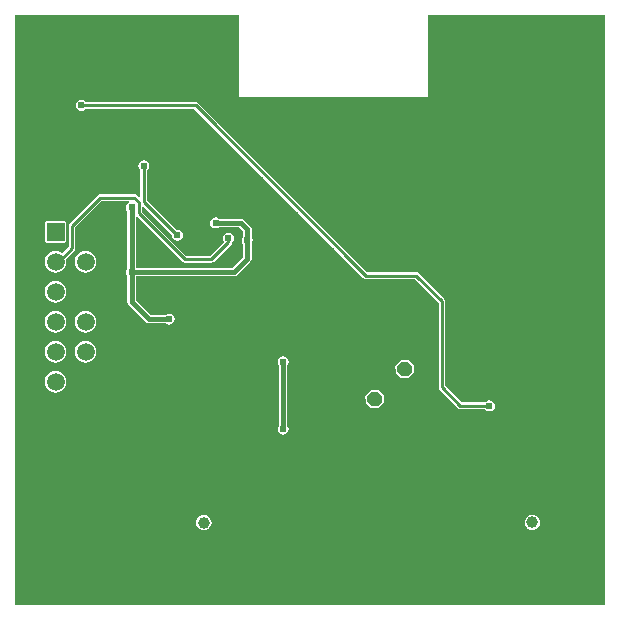
<source format=gbl>
G04 Layer_Physical_Order=2*
G04 Layer_Color=16711680*
%FSLAX25Y25*%
%MOIN*%
G70*
G01*
G75*
%ADD29C,0.01600*%
%ADD30C,0.01000*%
%ADD41C,0.03200*%
%ADD42R,0.05905X0.05905*%
%ADD43C,0.05905*%
%ADD44C,0.03937*%
%ADD45C,0.02400*%
G36*
X354331Y236221D02*
X157480D01*
Y433071D01*
X232283D01*
Y405512D01*
X295276D01*
Y433071D01*
X354331D01*
Y236221D01*
D02*
G37*
%LPC*%
G36*
X200500Y384535D02*
X199798Y384396D01*
X199202Y383998D01*
X198804Y383402D01*
X198665Y382700D01*
X198804Y381998D01*
X199202Y381402D01*
X199378Y381285D01*
Y372261D01*
X198916Y372070D01*
X198093Y372893D01*
X197729Y373136D01*
X197300Y373222D01*
X197300Y373221D01*
X186000D01*
X186000Y373222D01*
X185571Y373136D01*
X185207Y372893D01*
X185207Y372893D01*
X175807Y363493D01*
X175564Y363129D01*
X175478Y362700D01*
X175478Y362700D01*
Y355665D01*
X173308Y353494D01*
X172894Y353812D01*
X172030Y354170D01*
X171102Y354292D01*
X170175Y354170D01*
X169311Y353812D01*
X168569Y353242D01*
X167999Y352500D01*
X167641Y351636D01*
X167519Y350709D01*
X167641Y349781D01*
X167999Y348917D01*
X168569Y348175D01*
X169311Y347605D01*
X170175Y347247D01*
X171102Y347125D01*
X172030Y347247D01*
X172894Y347605D01*
X173636Y348175D01*
X174206Y348917D01*
X174564Y349781D01*
X174686Y350709D01*
X174571Y351584D01*
X177393Y354407D01*
X177393Y354407D01*
X177636Y354771D01*
X177722Y355200D01*
X177722Y355200D01*
Y362235D01*
X186465Y370978D01*
X195473D01*
X195678Y370515D01*
X195672Y370479D01*
X195102Y370098D01*
X194704Y369502D01*
X194565Y368800D01*
X194704Y368098D01*
X194973Y367696D01*
Y348404D01*
X194704Y348002D01*
X194565Y347300D01*
X194704Y346598D01*
X194973Y346196D01*
Y337300D01*
X194973Y337300D01*
X195081Y336754D01*
X195391Y336291D01*
X201091Y330591D01*
X201091Y330591D01*
X201554Y330281D01*
X202100Y330173D01*
X202100Y330173D01*
X207896D01*
X208298Y329904D01*
X209000Y329765D01*
X209702Y329904D01*
X210298Y330302D01*
X210696Y330898D01*
X210835Y331600D01*
X210696Y332302D01*
X210298Y332898D01*
X209702Y333296D01*
X209000Y333435D01*
X208298Y333296D01*
X207896Y333027D01*
X202691D01*
X197827Y337891D01*
Y345873D01*
X230600D01*
X230600Y345873D01*
X231146Y345981D01*
X231609Y346291D01*
X236009Y350691D01*
X236319Y351154D01*
X236427Y351700D01*
X236427Y351700D01*
Y356696D01*
X236696Y357098D01*
X236835Y357800D01*
X236696Y358502D01*
X236427Y358904D01*
Y361600D01*
X236427Y361600D01*
X236319Y362146D01*
X236009Y362609D01*
X236009Y362609D01*
X233909Y364709D01*
X233446Y365019D01*
X232900Y365127D01*
X232900Y365127D01*
X225504D01*
X225102Y365396D01*
X224400Y365535D01*
X223698Y365396D01*
X223102Y364998D01*
X222704Y364402D01*
X222565Y363700D01*
X222704Y362998D01*
X223102Y362402D01*
X223698Y362004D01*
X224400Y361865D01*
X225102Y362004D01*
X225504Y362273D01*
X232309D01*
X233573Y361009D01*
Y358904D01*
X233304Y358502D01*
X233165Y357800D01*
X233304Y357098D01*
X233573Y356696D01*
Y352291D01*
X230009Y348727D01*
X197827D01*
Y365579D01*
X198327Y365787D01*
X213407Y350707D01*
X213407Y350707D01*
X213771Y350464D01*
X214200Y350378D01*
X214200Y350378D01*
X223000D01*
X223000Y350378D01*
X223429Y350464D01*
X223793Y350707D01*
X229493Y356407D01*
X229493Y356407D01*
X229736Y356771D01*
X229818Y357182D01*
X229998Y357302D01*
X230396Y357898D01*
X230535Y358600D01*
X230396Y359302D01*
X229998Y359898D01*
X229402Y360296D01*
X228700Y360435D01*
X227998Y360296D01*
X227402Y359898D01*
X227004Y359302D01*
X226865Y358600D01*
X227004Y357898D01*
X227328Y357414D01*
X222535Y352622D01*
X214665D01*
X200022Y367265D01*
Y368939D01*
X200483Y369130D01*
X209906Y359708D01*
X209865Y359500D01*
X210004Y358798D01*
X210402Y358202D01*
X210998Y357804D01*
X211700Y357665D01*
X212402Y357804D01*
X212998Y358202D01*
X213396Y358798D01*
X213535Y359500D01*
X213396Y360202D01*
X212998Y360798D01*
X212402Y361196D01*
X211700Y361335D01*
X211492Y361294D01*
X201622Y371165D01*
Y381285D01*
X201798Y381402D01*
X202196Y381998D01*
X202335Y382700D01*
X202196Y383402D01*
X201798Y383998D01*
X201202Y384396D01*
X200500Y384535D01*
D02*
G37*
G36*
X174055Y364311D02*
X168150D01*
X167690Y364121D01*
X167500Y363661D01*
Y357756D01*
X167690Y357297D01*
X168150Y357106D01*
X174055D01*
X174514Y357297D01*
X174705Y357756D01*
Y363661D01*
X174514Y364121D01*
X174055Y364311D01*
D02*
G37*
G36*
X181102Y354292D02*
X180175Y354170D01*
X179311Y353812D01*
X178569Y353242D01*
X177999Y352500D01*
X177641Y351636D01*
X177519Y350709D01*
X177641Y349781D01*
X177999Y348917D01*
X178569Y348175D01*
X179311Y347605D01*
X180175Y347247D01*
X181102Y347125D01*
X182030Y347247D01*
X182894Y347605D01*
X183636Y348175D01*
X184206Y348917D01*
X184564Y349781D01*
X184686Y350709D01*
X184564Y351636D01*
X184206Y352500D01*
X183636Y353242D01*
X182894Y353812D01*
X182030Y354170D01*
X181102Y354292D01*
D02*
G37*
G36*
X171102Y344292D02*
X170175Y344170D01*
X169311Y343812D01*
X168569Y343243D01*
X167999Y342500D01*
X167641Y341636D01*
X167519Y340709D01*
X167641Y339781D01*
X167999Y338917D01*
X168569Y338175D01*
X169311Y337605D01*
X170175Y337247D01*
X171102Y337125D01*
X172030Y337247D01*
X172894Y337605D01*
X173636Y338175D01*
X174206Y338917D01*
X174564Y339781D01*
X174686Y340709D01*
X174564Y341636D01*
X174206Y342500D01*
X173636Y343243D01*
X172894Y343812D01*
X172030Y344170D01*
X171102Y344292D01*
D02*
G37*
G36*
X181102Y334292D02*
X180175Y334170D01*
X179311Y333812D01*
X178569Y333243D01*
X177999Y332500D01*
X177641Y331636D01*
X177519Y330709D01*
X177641Y329781D01*
X177999Y328917D01*
X178569Y328175D01*
X179311Y327605D01*
X180175Y327247D01*
X181102Y327125D01*
X182030Y327247D01*
X182894Y327605D01*
X183636Y328175D01*
X184206Y328917D01*
X184564Y329781D01*
X184686Y330709D01*
X184564Y331636D01*
X184206Y332500D01*
X183636Y333243D01*
X182894Y333812D01*
X182030Y334170D01*
X181102Y334292D01*
D02*
G37*
G36*
X171102D02*
X170175Y334170D01*
X169311Y333812D01*
X168569Y333243D01*
X167999Y332500D01*
X167641Y331636D01*
X167519Y330709D01*
X167641Y329781D01*
X167999Y328917D01*
X168569Y328175D01*
X169311Y327605D01*
X170175Y327247D01*
X171102Y327125D01*
X172030Y327247D01*
X172894Y327605D01*
X173636Y328175D01*
X174206Y328917D01*
X174564Y329781D01*
X174686Y330709D01*
X174564Y331636D01*
X174206Y332500D01*
X173636Y333243D01*
X172894Y333812D01*
X172030Y334170D01*
X171102Y334292D01*
D02*
G37*
G36*
X181102Y324292D02*
X180175Y324170D01*
X179311Y323812D01*
X178569Y323242D01*
X177999Y322500D01*
X177641Y321636D01*
X177519Y320709D01*
X177641Y319781D01*
X177999Y318917D01*
X178569Y318175D01*
X179311Y317605D01*
X180175Y317247D01*
X181102Y317125D01*
X182030Y317247D01*
X182894Y317605D01*
X183636Y318175D01*
X184206Y318917D01*
X184564Y319781D01*
X184686Y320709D01*
X184564Y321636D01*
X184206Y322500D01*
X183636Y323242D01*
X182894Y323812D01*
X182030Y324170D01*
X181102Y324292D01*
D02*
G37*
G36*
X171102D02*
X170175Y324170D01*
X169311Y323812D01*
X168569Y323242D01*
X167999Y322500D01*
X167641Y321636D01*
X167519Y320709D01*
X167641Y319781D01*
X167999Y318917D01*
X168569Y318175D01*
X169311Y317605D01*
X170175Y317247D01*
X171102Y317125D01*
X172030Y317247D01*
X172894Y317605D01*
X173636Y318175D01*
X174206Y318917D01*
X174564Y319781D01*
X174686Y320709D01*
X174564Y321636D01*
X174206Y322500D01*
X173636Y323242D01*
X172894Y323812D01*
X172030Y324170D01*
X171102Y324292D01*
D02*
G37*
G36*
X288263Y318053D02*
X286275Y317966D01*
X285824Y317756D01*
X284480Y316289D01*
X284310Y315822D01*
X284396Y313833D01*
X284606Y313383D01*
X286074Y312039D01*
X286541Y311869D01*
X288529Y311955D01*
X288979Y312165D01*
X290324Y313633D01*
X290494Y314100D01*
X290407Y316088D01*
X290197Y316538D01*
X288730Y317883D01*
X288263Y318053D01*
D02*
G37*
G36*
X171102Y314292D02*
X170175Y314170D01*
X169311Y313812D01*
X168569Y313243D01*
X167999Y312500D01*
X167641Y311636D01*
X167519Y310709D01*
X167641Y309781D01*
X167999Y308917D01*
X168569Y308175D01*
X169311Y307605D01*
X170175Y307247D01*
X171102Y307125D01*
X172030Y307247D01*
X172894Y307605D01*
X173636Y308175D01*
X174206Y308917D01*
X174564Y309781D01*
X174686Y310709D01*
X174564Y311636D01*
X174206Y312500D01*
X173636Y313243D01*
X172894Y313812D01*
X172030Y314170D01*
X171102Y314292D01*
D02*
G37*
G36*
X278262Y308053D02*
X276274Y307966D01*
X275824Y307756D01*
X274480Y306289D01*
X274310Y305821D01*
X274396Y303834D01*
X274606Y303383D01*
X276074Y302039D01*
X276541Y301869D01*
X278529Y301955D01*
X278979Y302166D01*
X280324Y303633D01*
X280494Y304100D01*
X280407Y306088D01*
X280197Y306538D01*
X278730Y307883D01*
X278262Y308053D01*
D02*
G37*
G36*
X179700Y404635D02*
X178998Y404496D01*
X178402Y404098D01*
X178004Y403502D01*
X177865Y402800D01*
X178004Y402098D01*
X178402Y401502D01*
X178998Y401104D01*
X179700Y400965D01*
X180402Y401104D01*
X180998Y401502D01*
X181115Y401679D01*
X217335D01*
X273707Y345307D01*
X273707Y345307D01*
X274071Y345064D01*
X274500Y344978D01*
X274500Y344978D01*
X290835D01*
X298779Y337035D01*
Y308800D01*
X298778Y308800D01*
X298864Y308371D01*
X299107Y308007D01*
X305207Y301907D01*
X305207Y301907D01*
X305571Y301664D01*
X306000Y301578D01*
X314285D01*
X314402Y301402D01*
X314998Y301004D01*
X315700Y300865D01*
X316402Y301004D01*
X316998Y301402D01*
X317396Y301998D01*
X317535Y302700D01*
X317396Y303402D01*
X316998Y303998D01*
X316402Y304396D01*
X315700Y304535D01*
X314998Y304396D01*
X314402Y303998D01*
X314285Y303821D01*
X306465D01*
X301022Y309265D01*
Y337500D01*
X301022Y337500D01*
X300936Y337929D01*
X300693Y338293D01*
X300693Y338293D01*
X292093Y346893D01*
X291729Y347136D01*
X291300Y347222D01*
X291300Y347221D01*
X274965D01*
X218593Y403593D01*
X218229Y403836D01*
X217800Y403922D01*
X217800Y403922D01*
X181115D01*
X180998Y404098D01*
X180402Y404496D01*
X179700Y404635D01*
D02*
G37*
G36*
X246900Y319235D02*
X246198Y319096D01*
X245602Y318698D01*
X245204Y318102D01*
X245065Y317400D01*
X245204Y316698D01*
X245473Y316296D01*
Y296004D01*
X245204Y295602D01*
X245065Y294900D01*
X245204Y294198D01*
X245602Y293602D01*
X246198Y293204D01*
X246900Y293065D01*
X247602Y293204D01*
X248198Y293602D01*
X248596Y294198D01*
X248735Y294900D01*
X248596Y295602D01*
X248327Y296004D01*
Y316296D01*
X248596Y316698D01*
X248735Y317400D01*
X248596Y318102D01*
X248198Y318698D01*
X247602Y319096D01*
X246900Y319235D01*
D02*
G37*
G36*
X330000Y266391D02*
X329329Y266302D01*
X328705Y266044D01*
X328168Y265632D01*
X327756Y265095D01*
X327498Y264471D01*
X327409Y263800D01*
X327498Y263129D01*
X327756Y262505D01*
X328168Y261968D01*
X328705Y261556D01*
X329329Y261298D01*
X330000Y261209D01*
X330670Y261298D01*
X331295Y261556D01*
X331832Y261968D01*
X332244Y262505D01*
X332502Y263129D01*
X332591Y263800D01*
X332502Y264471D01*
X332244Y265095D01*
X331832Y265632D01*
X331295Y266044D01*
X330670Y266302D01*
X330000Y266391D01*
D02*
G37*
G36*
X220472Y266370D02*
X219802Y266282D01*
X219177Y266023D01*
X218641Y265611D01*
X218229Y265075D01*
X217970Y264450D01*
X217882Y263779D01*
X217970Y263109D01*
X218229Y262484D01*
X218641Y261948D01*
X219177Y261536D01*
X219802Y261277D01*
X220472Y261189D01*
X221143Y261277D01*
X221768Y261536D01*
X222304Y261948D01*
X222716Y262484D01*
X222975Y263109D01*
X223063Y263779D01*
X222975Y264450D01*
X222716Y265075D01*
X222304Y265611D01*
X221768Y266023D01*
X221143Y266282D01*
X220472Y266370D01*
D02*
G37*
%LPD*%
G36*
X289758Y316059D02*
X289845Y314071D01*
X288500Y312604D01*
X286512Y312517D01*
X285045Y313862D01*
X284958Y315850D01*
X286303Y317317D01*
X288291Y317404D01*
X289758Y316059D01*
D02*
G37*
G36*
X279758Y306059D02*
X279845Y304071D01*
X278500Y302604D01*
X276512Y302517D01*
X275045Y303862D01*
X274958Y305850D01*
X276303Y307317D01*
X278291Y307404D01*
X279758Y306059D01*
D02*
G37*
D29*
X224400Y363700D02*
X229800D01*
X232900D01*
X235000Y361600D01*
Y357800D02*
Y361600D01*
X202100Y331600D02*
X209000D01*
X196400Y337300D02*
X202100Y331600D01*
X196400Y368800D02*
X196500Y368900D01*
X196400Y347300D02*
X230600D01*
X235000Y351700D01*
Y357800D01*
X246900Y294900D02*
Y317400D01*
X196400Y337300D02*
Y347300D01*
Y368800D01*
D30*
X223000Y351500D02*
X228700Y357200D01*
Y358600D01*
X172109Y350709D02*
X176600Y355200D01*
X171102Y350709D02*
X172109D01*
X176600Y355200D02*
Y362700D01*
X186000Y372100D01*
X197300D01*
X198900Y370500D01*
Y366800D02*
Y370500D01*
Y366800D02*
X214200Y351500D01*
X223000D01*
X306000Y302700D02*
X315700D01*
X299900Y308800D02*
X306000Y302700D01*
X299900Y308800D02*
Y337500D01*
X291300Y346100D02*
X299900Y337500D01*
X274500Y346100D02*
X291300D01*
X217800Y402800D02*
X274500Y346100D01*
X179700Y402800D02*
X217800D01*
X200500Y370700D02*
Y382700D01*
Y370700D02*
X211700Y359500D01*
D41*
X287402Y314961D02*
D03*
X277402Y304961D02*
D03*
X267402Y314961D02*
D03*
D42*
X171102Y360709D02*
D03*
D43*
X181102D02*
D03*
X171102Y350709D02*
D03*
X181102D02*
D03*
X171102Y340709D02*
D03*
X181102D02*
D03*
X171102Y330709D02*
D03*
X181102D02*
D03*
X171102Y320709D02*
D03*
X181102D02*
D03*
X171102Y310709D02*
D03*
X181102D02*
D03*
D44*
X212598Y263779D02*
D03*
X220472D02*
D03*
X322126Y263800D02*
D03*
X330000D02*
D03*
D45*
X200500Y382700D02*
D03*
X211700Y359500D02*
D03*
X209000Y331600D02*
D03*
X196400Y347300D02*
D03*
Y368800D02*
D03*
X235000Y357800D02*
D03*
X179700Y402800D02*
D03*
X315700Y302700D02*
D03*
X246900Y317400D02*
D03*
Y294900D02*
D03*
X175197Y259843D02*
D03*
X159449Y419291D02*
D03*
X162402Y425197D02*
D03*
X168307Y259842D02*
D03*
Y283465D02*
D03*
Y295276D02*
D03*
Y377953D02*
D03*
Y389764D02*
D03*
Y401575D02*
D03*
Y425197D02*
D03*
X174213Y259842D02*
D03*
X171260Y277559D02*
D03*
X174213Y283465D02*
D03*
X171260Y289370D02*
D03*
X174213Y295276D02*
D03*
X171260Y301181D02*
D03*
X174213Y377953D02*
D03*
X171260Y383858D02*
D03*
X174213Y389764D02*
D03*
X171260Y395669D02*
D03*
X174213Y401575D02*
D03*
X171260Y407480D02*
D03*
X174213Y425197D02*
D03*
X177165Y253937D02*
D03*
Y277559D02*
D03*
X180118Y283465D02*
D03*
X177165Y289370D02*
D03*
X180118Y295276D02*
D03*
X177165Y301181D02*
D03*
X180118Y377953D02*
D03*
X177165Y383858D02*
D03*
X180118Y425197D02*
D03*
X183071Y289370D02*
D03*
X186024Y295276D02*
D03*
X183071Y301181D02*
D03*
X186024Y307087D02*
D03*
Y377953D02*
D03*
X183071Y383858D02*
D03*
Y395669D02*
D03*
X186024Y425197D02*
D03*
X191929Y342520D02*
D03*
Y377953D02*
D03*
X188976Y383858D02*
D03*
X191929Y425197D02*
D03*
X197835Y295276D02*
D03*
Y377953D02*
D03*
X194882Y383858D02*
D03*
X197835Y425197D02*
D03*
X203740Y248031D02*
D03*
Y259842D02*
D03*
Y271654D02*
D03*
X200787Y289370D02*
D03*
X203740Y295276D02*
D03*
X200787Y301181D02*
D03*
X203740Y377953D02*
D03*
Y389764D02*
D03*
X200787Y419291D02*
D03*
X203740Y425197D02*
D03*
X206693Y242126D02*
D03*
X209646Y248031D02*
D03*
X206693Y253937D02*
D03*
X209646Y259842D02*
D03*
X206693Y265748D02*
D03*
X209646Y271654D02*
D03*
X206693Y289370D02*
D03*
X209646Y295276D02*
D03*
X206693Y336614D02*
D03*
X209646Y377953D02*
D03*
X206693Y383858D02*
D03*
X209646Y389764D02*
D03*
X206693Y395669D02*
D03*
Y407480D02*
D03*
X209646Y413386D02*
D03*
X206693Y419291D02*
D03*
X209646Y425197D02*
D03*
X212598Y242126D02*
D03*
X215551Y248031D02*
D03*
X212598Y253937D02*
D03*
X215551Y259842D02*
D03*
Y271654D02*
D03*
X212598Y289370D02*
D03*
X215551Y295276D02*
D03*
X212598Y301181D02*
D03*
X215551Y377953D02*
D03*
X212598Y383858D02*
D03*
X215551Y389764D02*
D03*
X212598Y395669D02*
D03*
Y407480D02*
D03*
X215551Y413386D02*
D03*
X212598Y419291D02*
D03*
X215551Y425197D02*
D03*
X221457Y271654D02*
D03*
X218504Y289370D02*
D03*
X221457Y295276D02*
D03*
X218504Y301181D02*
D03*
X221457Y377953D02*
D03*
X218504Y383858D02*
D03*
X221457Y389764D02*
D03*
X218504Y395669D02*
D03*
Y407480D02*
D03*
X221457Y413386D02*
D03*
X218504Y419291D02*
D03*
X221457Y425197D02*
D03*
X227362Y248031D02*
D03*
Y259842D02*
D03*
X224410Y289370D02*
D03*
Y301181D02*
D03*
Y324803D02*
D03*
X227362Y377953D02*
D03*
X224410Y383858D02*
D03*
X227362Y389764D02*
D03*
Y401575D02*
D03*
X224410Y407480D02*
D03*
X227362Y413386D02*
D03*
X224410Y419291D02*
D03*
X227362Y425197D02*
D03*
X233268Y248031D02*
D03*
X230315Y253937D02*
D03*
X233268Y259842D02*
D03*
X230315Y265748D02*
D03*
X233268Y330709D02*
D03*
X230315Y336614D02*
D03*
Y372047D02*
D03*
Y383858D02*
D03*
Y395669D02*
D03*
X233268Y401575D02*
D03*
X230315Y407480D02*
D03*
Y419291D02*
D03*
X236221Y253937D02*
D03*
X239173Y259842D02*
D03*
X236221Y265748D02*
D03*
X239173Y283465D02*
D03*
Y330709D02*
D03*
X236221Y336614D02*
D03*
Y372047D02*
D03*
X239173Y377953D02*
D03*
Y389764D02*
D03*
X236221Y395669D02*
D03*
X239173Y401575D02*
D03*
X242126Y277559D02*
D03*
Y289370D02*
D03*
X245079Y330709D02*
D03*
X242126Y336614D02*
D03*
X245079Y354331D02*
D03*
Y366142D02*
D03*
X242126Y372047D02*
D03*
Y383858D02*
D03*
Y395669D02*
D03*
X245079Y401575D02*
D03*
X250984Y271654D02*
D03*
X248031Y277559D02*
D03*
X250984Y283465D02*
D03*
Y330709D02*
D03*
X248031Y336614D02*
D03*
X250984Y354331D02*
D03*
X248031Y360236D02*
D03*
X250984Y366142D02*
D03*
Y377953D02*
D03*
X248031Y395669D02*
D03*
X250984Y401575D02*
D03*
X256890Y259842D02*
D03*
X253937Y265748D02*
D03*
X256890Y271654D02*
D03*
X253937Y277559D02*
D03*
X256890Y283465D02*
D03*
X253937Y301181D02*
D03*
X256890Y318898D02*
D03*
X253937Y324803D02*
D03*
X256890Y330709D02*
D03*
X253937Y336614D02*
D03*
X256890Y354331D02*
D03*
X253937Y360236D02*
D03*
Y372047D02*
D03*
X256890Y377953D02*
D03*
X253937Y383858D02*
D03*
Y395669D02*
D03*
X256890Y401575D02*
D03*
X262795Y259842D02*
D03*
Y271654D02*
D03*
Y283465D02*
D03*
X259842Y312992D02*
D03*
Y324803D02*
D03*
X262795Y330709D02*
D03*
X259842Y336614D02*
D03*
X262795Y354331D02*
D03*
Y366142D02*
D03*
X259842Y372047D02*
D03*
X262795Y377953D02*
D03*
X259842Y383858D02*
D03*
Y395669D02*
D03*
X262795Y401575D02*
D03*
X268701Y318898D02*
D03*
X265748Y336614D02*
D03*
X268701Y342520D02*
D03*
X265748Y348425D02*
D03*
Y360236D02*
D03*
X268701Y366142D02*
D03*
X265748Y372047D02*
D03*
X268701Y377953D02*
D03*
X265748Y395669D02*
D03*
X268701Y401575D02*
D03*
X271654Y242126D02*
D03*
X274606Y248031D02*
D03*
Y259842D02*
D03*
Y271654D02*
D03*
Y283465D02*
D03*
X271654Y312992D02*
D03*
X274606Y318898D02*
D03*
Y330709D02*
D03*
Y342520D02*
D03*
X271654Y360236D02*
D03*
X274606Y366142D02*
D03*
X271654Y372047D02*
D03*
X274606Y377953D02*
D03*
X271654Y383858D02*
D03*
Y395669D02*
D03*
X274606Y401575D02*
D03*
X277559Y242126D02*
D03*
Y265748D02*
D03*
X280512Y271654D02*
D03*
X277559Y277559D02*
D03*
Y324803D02*
D03*
X280512Y330709D02*
D03*
Y342520D02*
D03*
Y366142D02*
D03*
Y377953D02*
D03*
X277559Y383858D02*
D03*
X280512Y389764D02*
D03*
X283465Y242126D02*
D03*
Y265748D02*
D03*
X286417Y271654D02*
D03*
X283465Y277559D02*
D03*
X286417Y307087D02*
D03*
X283465Y324803D02*
D03*
X286417Y330709D02*
D03*
Y342520D02*
D03*
X283465Y360236D02*
D03*
X286417Y366142D02*
D03*
Y377953D02*
D03*
X283465Y383858D02*
D03*
X286417Y389764D02*
D03*
X283465Y395669D02*
D03*
X286417Y401575D02*
D03*
X289370Y242126D02*
D03*
X292323Y248031D02*
D03*
X289370Y253937D02*
D03*
X292323Y259842D02*
D03*
X289370Y265748D02*
D03*
X292323Y271654D02*
D03*
X289370Y277559D02*
D03*
X292323Y307087D02*
D03*
Y318898D02*
D03*
X289370Y324803D02*
D03*
X292323Y330709D02*
D03*
Y366142D02*
D03*
X289370Y372047D02*
D03*
X292323Y377953D02*
D03*
X289370Y383858D02*
D03*
X292323Y389764D02*
D03*
X289370Y395669D02*
D03*
X292323Y401575D02*
D03*
X295276Y242126D02*
D03*
X298228Y248031D02*
D03*
X295276Y253937D02*
D03*
X298228Y259842D02*
D03*
X295276Y265748D02*
D03*
X298228Y271654D02*
D03*
X295276Y277559D02*
D03*
X298228Y307087D02*
D03*
X295276Y324803D02*
D03*
X298228Y342520D02*
D03*
X295276Y360236D02*
D03*
X298228Y366142D02*
D03*
X295276Y372047D02*
D03*
X298228Y377953D02*
D03*
X295276Y383858D02*
D03*
X298228Y389764D02*
D03*
X295276Y395669D02*
D03*
X298228Y401575D02*
D03*
Y413386D02*
D03*
Y425197D02*
D03*
X301181Y242126D02*
D03*
X304134Y248031D02*
D03*
X301181Y253937D02*
D03*
X304134Y259842D02*
D03*
X301181Y265748D02*
D03*
X304134Y271654D02*
D03*
X301181Y277559D02*
D03*
X304134Y318898D02*
D03*
Y330709D02*
D03*
Y342520D02*
D03*
X301181Y360236D02*
D03*
Y372047D02*
D03*
X304134Y377953D02*
D03*
X301181Y383858D02*
D03*
X304134Y389764D02*
D03*
X301181Y395669D02*
D03*
X304134Y401575D02*
D03*
X301181Y407480D02*
D03*
X304134Y413386D02*
D03*
X301181Y419291D02*
D03*
X304134Y425197D02*
D03*
X307087Y242126D02*
D03*
X310039Y248031D02*
D03*
X307087Y253937D02*
D03*
X310039Y259842D02*
D03*
X307087Y265748D02*
D03*
X310039Y271654D02*
D03*
X307087Y277559D02*
D03*
Y324803D02*
D03*
X310039Y342520D02*
D03*
X307087Y348425D02*
D03*
X310039Y354331D02*
D03*
Y377953D02*
D03*
X307087Y383858D02*
D03*
X310039Y389764D02*
D03*
X307087Y395669D02*
D03*
X310039Y401575D02*
D03*
X307087Y407480D02*
D03*
X310039Y413386D02*
D03*
X307087Y419291D02*
D03*
X310039Y425197D02*
D03*
X312992Y242126D02*
D03*
X315945Y248031D02*
D03*
X312992Y253937D02*
D03*
X315945Y259842D02*
D03*
X312992Y265748D02*
D03*
X315945Y271654D02*
D03*
X312992Y277559D02*
D03*
X315945Y318898D02*
D03*
X312992Y324803D02*
D03*
X315945Y342520D02*
D03*
X312992Y348425D02*
D03*
X315945Y354331D02*
D03*
Y377953D02*
D03*
X312992Y383858D02*
D03*
X315945Y389764D02*
D03*
X312992Y395669D02*
D03*
X315945Y401575D02*
D03*
X312992Y407480D02*
D03*
X315945Y413386D02*
D03*
X312992Y419291D02*
D03*
X315945Y425197D02*
D03*
X318898Y242126D02*
D03*
X321850Y248031D02*
D03*
X318898Y253937D02*
D03*
X321850Y259842D02*
D03*
X318898Y265748D02*
D03*
X321850Y271654D02*
D03*
X318898Y289370D02*
D03*
X321850Y318898D02*
D03*
X318898Y324803D02*
D03*
Y348425D02*
D03*
Y360236D02*
D03*
X321850Y377953D02*
D03*
X318898Y383858D02*
D03*
X321850Y389764D02*
D03*
X318898Y395669D02*
D03*
X321850Y401575D02*
D03*
X318898Y407480D02*
D03*
X321850Y413386D02*
D03*
X318898Y419291D02*
D03*
X321850Y425197D02*
D03*
X324803Y242126D02*
D03*
X327756Y248031D02*
D03*
X324803Y253937D02*
D03*
X327756Y283465D02*
D03*
X324803Y289370D02*
D03*
X327756Y295276D02*
D03*
Y318898D02*
D03*
X324803Y324803D02*
D03*
X327756Y377953D02*
D03*
X324803Y383858D02*
D03*
X327756Y389764D02*
D03*
X324803Y395669D02*
D03*
X327756Y401575D02*
D03*
X324803Y407480D02*
D03*
X327756Y413386D02*
D03*
X324803Y419291D02*
D03*
X327756Y425197D02*
D03*
X330709Y242126D02*
D03*
X333661Y248031D02*
D03*
X330709Y253937D02*
D03*
Y277559D02*
D03*
X333661Y283465D02*
D03*
X330709Y289370D02*
D03*
Y301181D02*
D03*
X333661Y318898D02*
D03*
Y377953D02*
D03*
X330709Y383858D02*
D03*
X333661Y389764D02*
D03*
X330709Y395669D02*
D03*
X333661Y401575D02*
D03*
X330709Y407480D02*
D03*
X333661Y413386D02*
D03*
X330709Y419291D02*
D03*
X333661Y425197D02*
D03*
X336614Y242126D02*
D03*
X339567Y248031D02*
D03*
X336614Y253937D02*
D03*
X339567Y259842D02*
D03*
X336614Y265748D02*
D03*
X339567Y271654D02*
D03*
X336614Y277559D02*
D03*
X339567Y283465D02*
D03*
Y318898D02*
D03*
X336614Y360236D02*
D03*
X339567Y377953D02*
D03*
X336614Y383858D02*
D03*
X339567Y389764D02*
D03*
X336614Y395669D02*
D03*
X339567Y401575D02*
D03*
X336614Y407480D02*
D03*
X339567Y413386D02*
D03*
X336614Y419291D02*
D03*
X339567Y425197D02*
D03*
X342520Y242126D02*
D03*
X345472Y248031D02*
D03*
X342520Y253937D02*
D03*
X345472Y259842D02*
D03*
X342520Y265748D02*
D03*
X345472Y271654D02*
D03*
X342520Y277559D02*
D03*
X345472Y283465D02*
D03*
Y295276D02*
D03*
Y307087D02*
D03*
Y318898D02*
D03*
Y377953D02*
D03*
X342520Y383858D02*
D03*
X345472Y389764D02*
D03*
X342520Y395669D02*
D03*
X345472Y401575D02*
D03*
X342520Y407480D02*
D03*
X345472Y413386D02*
D03*
X342520Y419291D02*
D03*
X345472Y425197D02*
D03*
X348425Y242126D02*
D03*
X351378Y248031D02*
D03*
X348425Y253937D02*
D03*
X351378Y259842D02*
D03*
X348425Y265748D02*
D03*
X351378Y271654D02*
D03*
X348425Y277559D02*
D03*
X351378Y283465D02*
D03*
X348425Y289370D02*
D03*
X351378Y295276D02*
D03*
X348425Y301181D02*
D03*
X351378Y307087D02*
D03*
X348425Y312992D02*
D03*
X351378Y318898D02*
D03*
X348425Y324803D02*
D03*
X351378Y330709D02*
D03*
Y342520D02*
D03*
Y354331D02*
D03*
Y366142D02*
D03*
X348425Y372047D02*
D03*
X351378Y377953D02*
D03*
X348425Y383858D02*
D03*
X351378Y389764D02*
D03*
X348425Y395669D02*
D03*
X351378Y401575D02*
D03*
X348425Y407480D02*
D03*
X351378Y413386D02*
D03*
X348425Y419291D02*
D03*
X351378Y425197D02*
D03*
X227362Y318898D02*
D03*
X242126Y360236D02*
D03*
X224400Y363700D02*
D03*
X228700Y358600D02*
D03*
M02*

</source>
